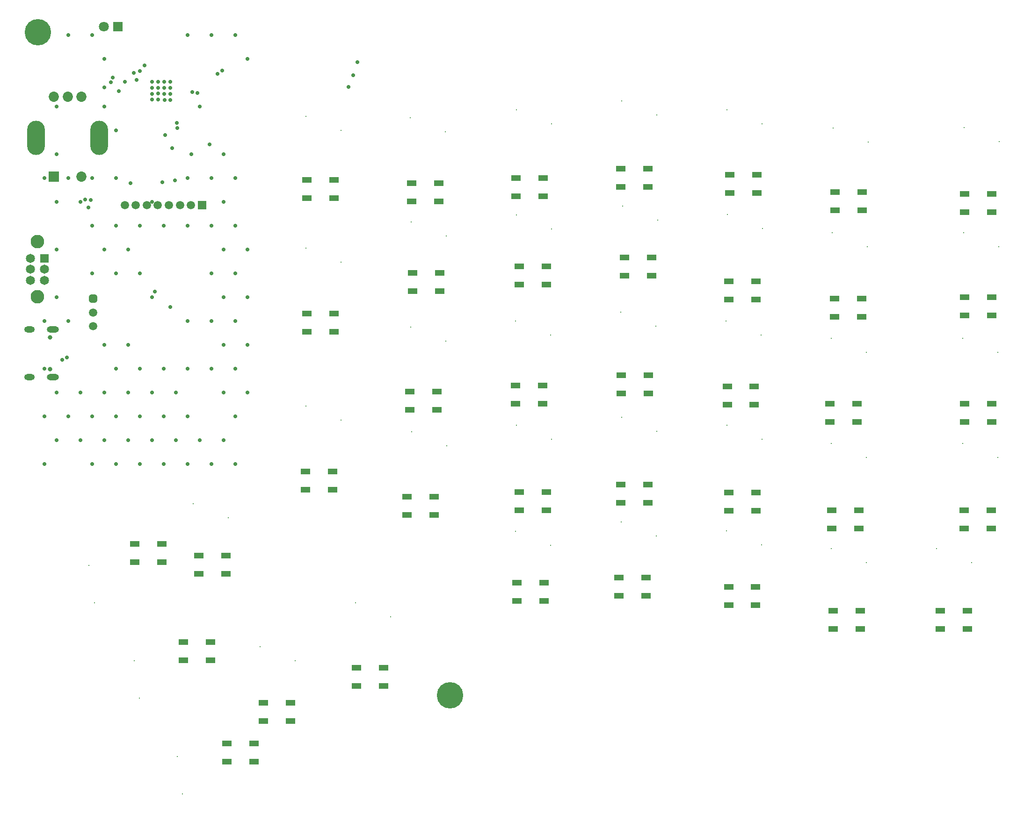
<source format=gbs>
G04*
G04 #@! TF.GenerationSoftware,Altium Limited,Altium Designer,24.5.2 (23)*
G04*
G04 Layer_Color=16711935*
%FSLAX44Y44*%
%MOMM*%
G71*
G04*
G04 #@! TF.SameCoordinates,960C30EB-BCCC-465A-99A9-4967EBCBCE3C*
G04*
G04*
G04 #@! TF.FilePolarity,Negative*
G04*
G01*
G75*
%ADD137C,0.2032*%
%ADD138C,1.5112*%
G04:AMPARAMS|DCode=139|XSize=1.5112mm|YSize=1.5112mm|CornerRadius=0.4286mm|HoleSize=0mm|Usage=FLASHONLY|Rotation=90.000|XOffset=0mm|YOffset=0mm|HoleType=Round|Shape=RoundedRectangle|*
%AMROUNDEDRECTD139*
21,1,1.5112,0.6540,0,0,90.0*
21,1,0.6540,1.5112,0,0,90.0*
1,1,0.8572,0.3270,0.3270*
1,1,0.8572,0.3270,-0.3270*
1,1,0.8572,-0.3270,-0.3270*
1,1,0.8572,-0.3270,0.3270*
%
%ADD139ROUNDEDRECTD139*%
%ADD140C,1.8032*%
%ADD141R,1.8032X1.8032*%
%ADD142C,0.7032*%
%ADD143C,0.8032*%
%ADD144O,2.2032X1.1032*%
%ADD145O,1.9032X1.1032*%
%ADD146R,1.6412X1.6412*%
%ADD147C,1.6412*%
%ADD148C,2.4682*%
%ADD149R,1.5112X1.5112*%
%ADD150R,1.8532X1.8532*%
%ADD151C,1.8532*%
%ADD152O,3.2032X6.2032*%
%ADD153C,4.7752*%
%ADD154C,0.7366*%
%ADD197R,1.7032X1.1032*%
D137*
X1662919Y-65777D02*
D03*
X1726419Y-91177D02*
D03*
X1535918D02*
D03*
X1472418Y-65777D02*
D03*
X1282700Y-33274D02*
D03*
X1346200Y-58674D02*
D03*
X1155446Y-42672D02*
D03*
X1091946Y-17272D02*
D03*
X900914Y-34026D02*
D03*
X964414Y-59426D02*
D03*
X674370Y-188722D02*
D03*
X610870Y-163322D02*
D03*
X438373Y-243096D02*
D03*
X501874Y-268496D02*
D03*
X1774044Y99325D02*
D03*
X1710544Y124725D02*
D03*
X1472418D02*
D03*
X1535918Y99325D02*
D03*
X1347213Y132811D02*
D03*
X1283714Y158211D02*
D03*
X1092708Y172720D02*
D03*
X1156208Y147320D02*
D03*
X966210Y132811D02*
D03*
X902710Y158211D02*
D03*
X712978Y145796D02*
D03*
X776478Y120396D02*
D03*
X585216Y167132D02*
D03*
X521716Y192532D02*
D03*
X1710544Y315226D02*
D03*
X1774044Y289826D02*
D03*
X1535918D02*
D03*
X1472418Y315226D02*
D03*
X1281917Y346977D02*
D03*
X1345417Y321577D02*
D03*
X1154915Y337553D02*
D03*
X1091415Y362953D02*
D03*
X900914Y346977D02*
D03*
X964414Y321577D02*
D03*
X774700Y310388D02*
D03*
X711200Y335788D02*
D03*
X317246Y16002D02*
D03*
X380746Y-9398D02*
D03*
X1775206Y481330D02*
D03*
X1711706Y506730D02*
D03*
X1473708D02*
D03*
X1537208Y481330D02*
D03*
X1347470Y514350D02*
D03*
X1283970Y539750D02*
D03*
X1094232Y554990D02*
D03*
X1157732Y529590D02*
D03*
X966210Y513813D02*
D03*
X902710Y539213D02*
D03*
X712209Y526513D02*
D03*
X775709Y501113D02*
D03*
X584962Y453390D02*
D03*
X521462Y478790D02*
D03*
X1712468Y697738D02*
D03*
X1775968Y672338D02*
D03*
X1538986Y671068D02*
D03*
X1475486Y696468D02*
D03*
X1283714Y729715D02*
D03*
X1347213Y704315D02*
D03*
X1156716Y720344D02*
D03*
X1093216Y745744D02*
D03*
X902716Y729488D02*
D03*
X966216Y704088D02*
D03*
X773912Y689854D02*
D03*
X710412Y715254D02*
D03*
X521716Y718058D02*
D03*
X585216Y692658D02*
D03*
X288189Y-442557D02*
D03*
X297942Y-510249D02*
D03*
X220353Y-336041D02*
D03*
X210600Y-268349D02*
D03*
X128812Y-95883D02*
D03*
X138565Y-163575D02*
D03*
D138*
X136144Y337458D02*
D03*
Y362458D02*
D03*
X313398Y556602D02*
D03*
X293398D02*
D03*
X273398D02*
D03*
X253398D02*
D03*
X233398D02*
D03*
X213398D02*
D03*
X193398D02*
D03*
D139*
X136144Y387458D02*
D03*
D140*
X155702Y880110D02*
D03*
D141*
X181102D02*
D03*
D142*
X242764Y747802D02*
D03*
X243018Y758724D02*
D03*
X243272Y769138D02*
D03*
Y780568D02*
D03*
X253940Y780314D02*
D03*
Y747802D02*
D03*
X254194Y758978D02*
D03*
X253940Y769138D02*
D03*
X265116D02*
D03*
Y758724D02*
D03*
X265370Y747548D02*
D03*
X276038D02*
D03*
Y758724D02*
D03*
X276292Y769392D02*
D03*
Y780314D02*
D03*
X265116D02*
D03*
D143*
X58134Y317230D02*
D03*
Y259430D02*
D03*
D144*
X63034Y331580D02*
D03*
Y245080D02*
D03*
D145*
X21334Y331580D02*
D03*
Y245080D02*
D03*
D146*
X47806Y460690D02*
D03*
D147*
Y440690D02*
D03*
Y420690D02*
D03*
X22806Y460690D02*
D03*
Y440690D02*
D03*
Y420690D02*
D03*
D148*
X35306Y490690D02*
D03*
Y390690D02*
D03*
D149*
X333398Y556602D02*
D03*
D150*
X65170Y608434D02*
D03*
D151*
X115170D02*
D03*
X65170Y753434D02*
D03*
X90170D02*
D03*
X115170D02*
D03*
D152*
X33170Y678434D02*
D03*
X147170D02*
D03*
D153*
X36576Y869950D02*
D03*
X782574Y-330962D02*
D03*
D154*
X229330Y809558D02*
D03*
X324866Y760222D02*
D03*
X315722Y761859D02*
D03*
X393700Y864870D02*
D03*
X415290Y821690D02*
D03*
X393700Y605790D02*
D03*
Y519430D02*
D03*
X415290Y476250D02*
D03*
X393700Y433070D02*
D03*
X415290Y389890D02*
D03*
X393700Y346710D02*
D03*
X415290Y303530D02*
D03*
X393700Y260350D02*
D03*
X415290Y217170D02*
D03*
X393700Y173990D02*
D03*
Y87630D02*
D03*
X350520Y864870D02*
D03*
X372110Y648970D02*
D03*
X350520Y605790D02*
D03*
X372110Y562610D02*
D03*
X350520Y519430D02*
D03*
X372110Y476250D02*
D03*
X350520Y433070D02*
D03*
X372110Y389890D02*
D03*
X350520Y346710D02*
D03*
X372110Y303530D02*
D03*
X350520Y260350D02*
D03*
X372110Y217170D02*
D03*
Y130810D02*
D03*
X350520Y87630D02*
D03*
X307340Y864870D02*
D03*
X328930Y735330D02*
D03*
X307340Y605790D02*
D03*
Y519430D02*
D03*
Y346710D02*
D03*
Y260350D02*
D03*
Y173990D02*
D03*
X328930Y130810D02*
D03*
X307340Y87630D02*
D03*
X264160Y519430D02*
D03*
Y260350D02*
D03*
X285750Y217170D02*
D03*
X264160Y173990D02*
D03*
X285750Y130810D02*
D03*
X264160Y87630D02*
D03*
X242570Y562610D02*
D03*
X220980Y519430D02*
D03*
Y433070D02*
D03*
X242570Y389890D02*
D03*
X220980Y260350D02*
D03*
X242570Y217170D02*
D03*
X220980Y173990D02*
D03*
X242570Y130810D02*
D03*
X220980Y87630D02*
D03*
X177800Y692150D02*
D03*
Y605790D02*
D03*
Y519430D02*
D03*
X199390Y476250D02*
D03*
X177800Y433070D02*
D03*
X199390Y303530D02*
D03*
X177800Y260350D02*
D03*
X199390Y217170D02*
D03*
X177800Y173990D02*
D03*
X199390Y130810D02*
D03*
X177800Y87630D02*
D03*
X134620Y864870D02*
D03*
X156210Y821690D02*
D03*
Y735330D02*
D03*
X134620Y605790D02*
D03*
Y519430D02*
D03*
X156210Y476250D02*
D03*
X134620Y433070D02*
D03*
X156210Y303530D02*
D03*
Y217170D02*
D03*
X134620Y173990D02*
D03*
X156210Y130810D02*
D03*
X134620Y87630D02*
D03*
X91440Y864870D02*
D03*
Y605790D02*
D03*
X113030Y562610D02*
D03*
X91440Y346710D02*
D03*
X113030Y217170D02*
D03*
X91440Y173990D02*
D03*
X113030Y130810D02*
D03*
X69850Y735330D02*
D03*
Y648970D02*
D03*
X48260Y605790D02*
D03*
X69850Y562610D02*
D03*
Y476250D02*
D03*
Y389890D02*
D03*
X48260Y346710D02*
D03*
Y260350D02*
D03*
X69850Y217170D02*
D03*
X48260Y173990D02*
D03*
X69850Y130810D02*
D03*
X48260Y87630D02*
D03*
X220949Y800077D02*
D03*
X209642Y796147D02*
D03*
X214976Y783882D02*
D03*
X80010Y276352D02*
D03*
X88392Y280670D02*
D03*
X598752Y770890D02*
D03*
X248192Y400441D02*
D03*
X361431Y794755D02*
D03*
X614934Y815594D02*
D03*
X121920Y566674D02*
D03*
X276210Y372570D02*
D03*
X171958Y788162D02*
D03*
X313944Y648970D02*
D03*
X288290Y696722D02*
D03*
X266439Y683395D02*
D03*
X346710Y667004D02*
D03*
X284734Y601980D02*
D03*
X279654Y660146D02*
D03*
X168068Y779192D02*
D03*
X193642Y780305D02*
D03*
X369824Y800354D02*
D03*
X128016Y552704D02*
D03*
X606806Y791972D02*
D03*
X287559Y705671D02*
D03*
X156464Y769874D02*
D03*
X261874Y597916D02*
D03*
X132080Y565912D02*
D03*
X182727Y763585D02*
D03*
X203482Y596365D02*
D03*
D197*
X903616Y-160010D02*
D03*
Y-127010D02*
D03*
X952616Y-160010D02*
D03*
Y-127010D02*
D03*
X763640Y433822D02*
D03*
Y400822D02*
D03*
X714640Y433822D02*
D03*
Y400822D02*
D03*
X907680Y413014D02*
D03*
Y446014D02*
D03*
X956680Y413014D02*
D03*
Y446014D02*
D03*
X1147180Y462270D02*
D03*
Y429270D02*
D03*
X1098180Y462270D02*
D03*
Y429270D02*
D03*
X327544Y-110988D02*
D03*
Y-77988D02*
D03*
X376544Y-110988D02*
D03*
Y-77988D02*
D03*
X1475624Y-211318D02*
D03*
Y-178318D02*
D03*
X1524624Y-211318D02*
D03*
Y-178318D02*
D03*
X1335394Y-134884D02*
D03*
Y-167884D02*
D03*
X1286394Y-134884D02*
D03*
Y-167884D02*
D03*
X1087766Y-150612D02*
D03*
Y-117612D02*
D03*
X1136766Y-150612D02*
D03*
Y-117612D02*
D03*
X612786Y-314696D02*
D03*
Y-281696D02*
D03*
X661786Y-314696D02*
D03*
Y-281696D02*
D03*
X493638Y-345196D02*
D03*
Y-378196D02*
D03*
X444638Y-345196D02*
D03*
Y-378196D02*
D03*
X378344Y-451856D02*
D03*
Y-418856D02*
D03*
X427344Y-451856D02*
D03*
Y-418856D02*
D03*
X1761860Y4308D02*
D03*
Y-28692D02*
D03*
X1712860Y4308D02*
D03*
Y-28692D02*
D03*
X1472830Y-29200D02*
D03*
Y3800D02*
D03*
X1521830Y-29200D02*
D03*
Y3800D02*
D03*
X1335648Y36312D02*
D03*
Y3312D02*
D03*
X1286648Y36312D02*
D03*
Y3312D02*
D03*
X1091576Y17790D02*
D03*
Y50790D02*
D03*
X1140576Y17790D02*
D03*
Y50790D02*
D03*
X956172Y37074D02*
D03*
Y4074D02*
D03*
X907172Y37074D02*
D03*
Y4074D02*
D03*
X704226Y-4562D02*
D03*
Y28438D02*
D03*
X753226Y-4562D02*
D03*
Y28438D02*
D03*
X569584Y73904D02*
D03*
Y40904D02*
D03*
X520584Y73904D02*
D03*
Y40904D02*
D03*
X299858Y-268214D02*
D03*
Y-235214D02*
D03*
X348858Y-268214D02*
D03*
Y-235214D02*
D03*
X1762622Y197348D02*
D03*
Y164348D02*
D03*
X1713622Y197348D02*
D03*
Y164348D02*
D03*
X1469782D02*
D03*
Y197348D02*
D03*
X1518782Y164348D02*
D03*
Y197348D02*
D03*
X1332854Y228590D02*
D03*
Y195590D02*
D03*
X1283854Y228590D02*
D03*
Y195590D02*
D03*
X1092338Y215402D02*
D03*
Y248402D02*
D03*
X1141338Y215402D02*
D03*
Y248402D02*
D03*
X949706Y230104D02*
D03*
Y197104D02*
D03*
X900706Y230104D02*
D03*
Y197104D02*
D03*
X709052Y185938D02*
D03*
Y218938D02*
D03*
X758052Y185938D02*
D03*
Y218938D02*
D03*
X211771Y-90222D02*
D03*
Y-57222D02*
D03*
X260771Y-90222D02*
D03*
Y-57222D02*
D03*
X1762622Y390388D02*
D03*
Y357388D02*
D03*
X1713622Y390388D02*
D03*
Y357388D02*
D03*
X1478418Y354086D02*
D03*
Y387086D02*
D03*
X1527418Y354086D02*
D03*
Y387086D02*
D03*
X1335648Y418582D02*
D03*
Y385582D02*
D03*
X1286648Y418582D02*
D03*
Y385582D02*
D03*
X571870Y360416D02*
D03*
Y327416D02*
D03*
X522870Y360416D02*
D03*
Y327416D02*
D03*
X1762622Y577332D02*
D03*
Y544332D02*
D03*
X1713622Y577332D02*
D03*
Y544332D02*
D03*
X1527672Y580634D02*
D03*
Y547634D02*
D03*
X1478672Y580634D02*
D03*
Y547634D02*
D03*
X1288172Y578876D02*
D03*
Y611876D02*
D03*
X1337172Y578876D02*
D03*
Y611876D02*
D03*
X1140576Y622798D02*
D03*
Y589798D02*
D03*
X1091576Y622798D02*
D03*
Y589798D02*
D03*
X901584Y572526D02*
D03*
Y605526D02*
D03*
X950584Y572526D02*
D03*
Y605526D02*
D03*
X762116Y596382D02*
D03*
Y563382D02*
D03*
X713116Y596382D02*
D03*
Y563382D02*
D03*
X523378Y569732D02*
D03*
Y602732D02*
D03*
X572378Y569732D02*
D03*
Y602732D02*
D03*
X1718680Y-178318D02*
D03*
Y-211318D02*
D03*
X1669680Y-178318D02*
D03*
Y-211318D02*
D03*
M02*

</source>
